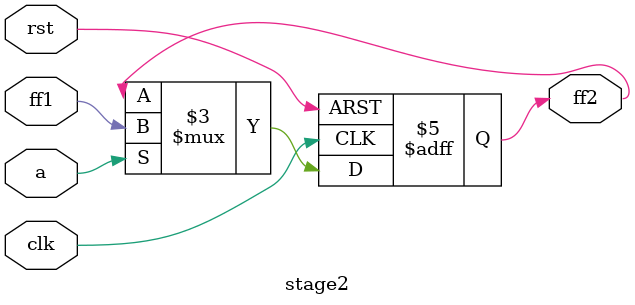
<source format=v>
`timescale 1ns / 1ps
module stage2(ff1,a,clk,rst,ff2);
input ff1,a,clk,rst;
output ff2;

reg ff2;

always @(posedge clk or negedge rst) begin 
	if(!rst) ff2<=0;
	else if (a) ff2<=ff1;
end

endmodule

</source>
